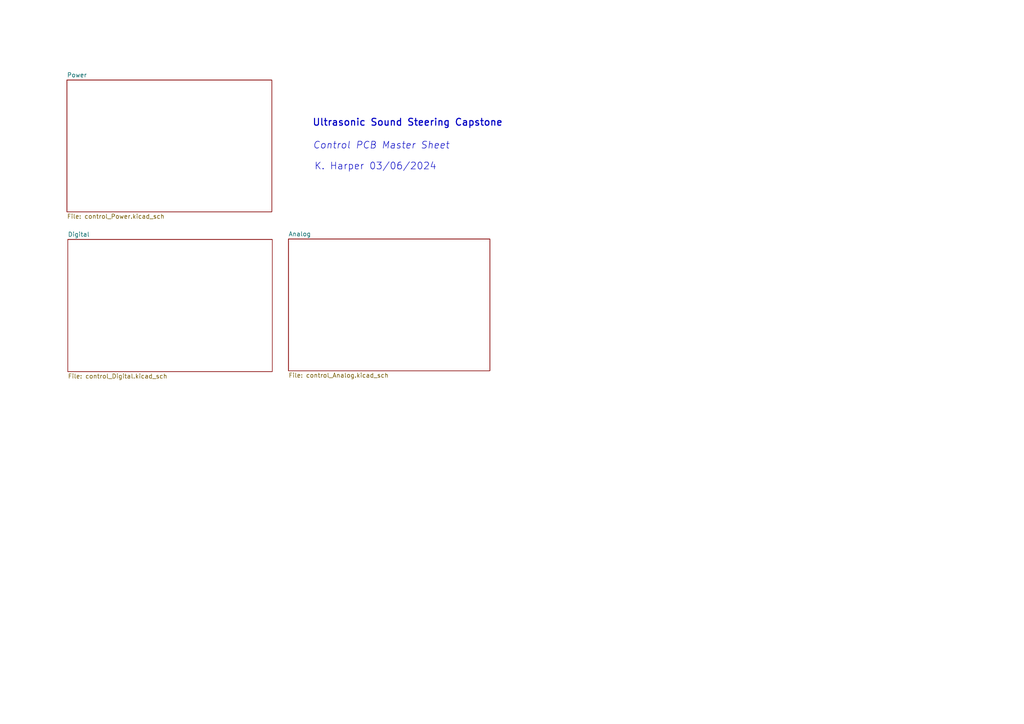
<source format=kicad_sch>
(kicad_sch (version 20211123) (generator eeschema)
  (paper "A4")
  (lib_symbols)
  (text "Ultrasonic Sound Steering Capstone \n" (at 90.551 36.83 0) (effects (font (size 2 2) (thickness 0.3) bold) (justify left bottom)))
  (text "Control PCB Master Sheet\n" (at 90.7034 43.4594 0) (effects (font (size 2 2) italic) (justify left bottom)))
  (text "K. Harper 03/06/2024" (at 91.1352 49.5046 0) (effects (font (size 2 2)) (justify left bottom)))
  (sheet (at 83.6676 69.3166) (size 58.42 38.227) (stroke (width 0.1524))
    (property "Sheet name" "Analog" (at 83.6676 68.605 0) (effects (justify left bottom)))
    (property "Sheet file" "control_Analog.kicad_sch" (at 83.6676 108.1282 0) (effects (justify left top)))
  )
  (sheet (at 19.4056 23.2156) (size 59.436 38.227) (stroke (width 0.1524))
    (property "Sheet name" "Power" (at 19.4056 22.504 0) (effects (justify left bottom)))
    (property "Sheet file" "control_Power.kicad_sch" (at 19.4056 62.0272 0) (effects (justify left top)))
  )
  (sheet (at 19.6596 69.4436) (size 59.309 38.354) (stroke (width 0.1524))
    (property "Sheet name" "Digital" (at 19.6596 68.732 0) (effects (justify left bottom)))
    (property "Sheet file" "control_Digital.kicad_sch" (at 19.6596 108.3822 0) (effects (justify left top)))
  )
)
</source>
